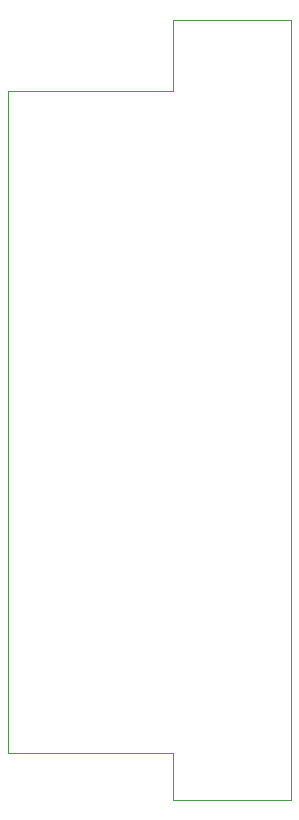
<source format=gbr>
%TF.GenerationSoftware,KiCad,Pcbnew,6.0.4-6f826c9f35~116~ubuntu20.04.1*%
%TF.CreationDate,2022-04-22T17:38:49+02:00*%
%TF.ProjectId,Pmod-Alinx,506d6f64-2d41-46c6-996e-782e6b696361,rev?*%
%TF.SameCoordinates,Original*%
%TF.FileFunction,Profile,NP*%
%FSLAX46Y46*%
G04 Gerber Fmt 4.6, Leading zero omitted, Abs format (unit mm)*
G04 Created by KiCad (PCBNEW 6.0.4-6f826c9f35~116~ubuntu20.04.1) date 2022-04-22 17:38:49*
%MOMM*%
%LPD*%
G01*
G04 APERTURE LIST*
%TA.AperFunction,Profile*%
%ADD10C,0.100000*%
%TD*%
G04 APERTURE END LIST*
D10*
X135000000Y-52000000D02*
X135000000Y-118000000D01*
X125000000Y-114000000D02*
X111000000Y-114000000D01*
X111000000Y-114000000D02*
X111000000Y-58000000D01*
X135000000Y-118000000D02*
X125000000Y-118000000D01*
X125000000Y-52000000D02*
X135000000Y-52000000D01*
X111000000Y-58000000D02*
X125000000Y-58000000D01*
X125000000Y-58000000D02*
X125000000Y-52000000D01*
X125000000Y-118000000D02*
X125000000Y-114000000D01*
M02*

</source>
